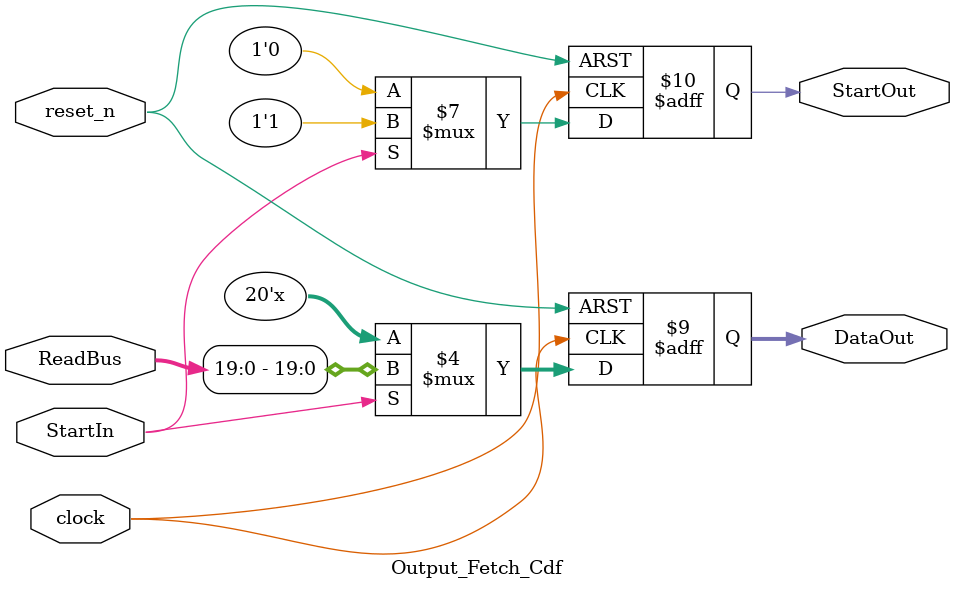
<source format=v>
module Output_Fetch_Cdf(
  input wire          clock,
  input wire          reset_n,
  input wire [127:0]  ReadBus,
  output reg [19:0]   DataOut,
  input wire          StartIn,
  output reg          StartOut
  );

  always@(posedge clock or negedge reset_n)
    begin
      if(!reset_n)
        begin
          StartOut <= 1'b0;
          DataOut <= 20'bx;
        end
      else
        begin
          if(StartIn)
            begin
              StartOut <= 1'b1;
              DataOut <= ReadBus[19:0];
            end
          else
            begin
              StartOut <= 1'b0;
              DataOut <= 20'bx;
            end
        end
    end



endmodule


</source>
